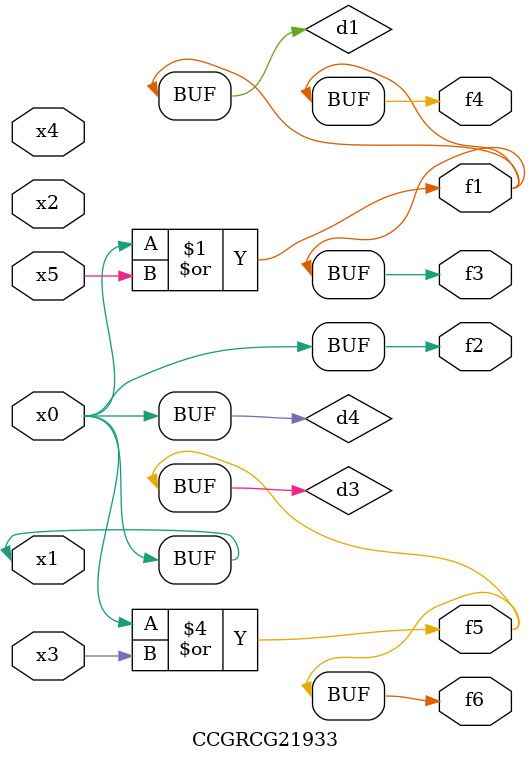
<source format=v>
module CCGRCG21933(
	input x0, x1, x2, x3, x4, x5,
	output f1, f2, f3, f4, f5, f6
);

	wire d1, d2, d3, d4;

	or (d1, x0, x5);
	xnor (d2, x1, x4);
	or (d3, x0, x3);
	buf (d4, x0, x1);
	assign f1 = d1;
	assign f2 = d4;
	assign f3 = d1;
	assign f4 = d1;
	assign f5 = d3;
	assign f6 = d3;
endmodule

</source>
